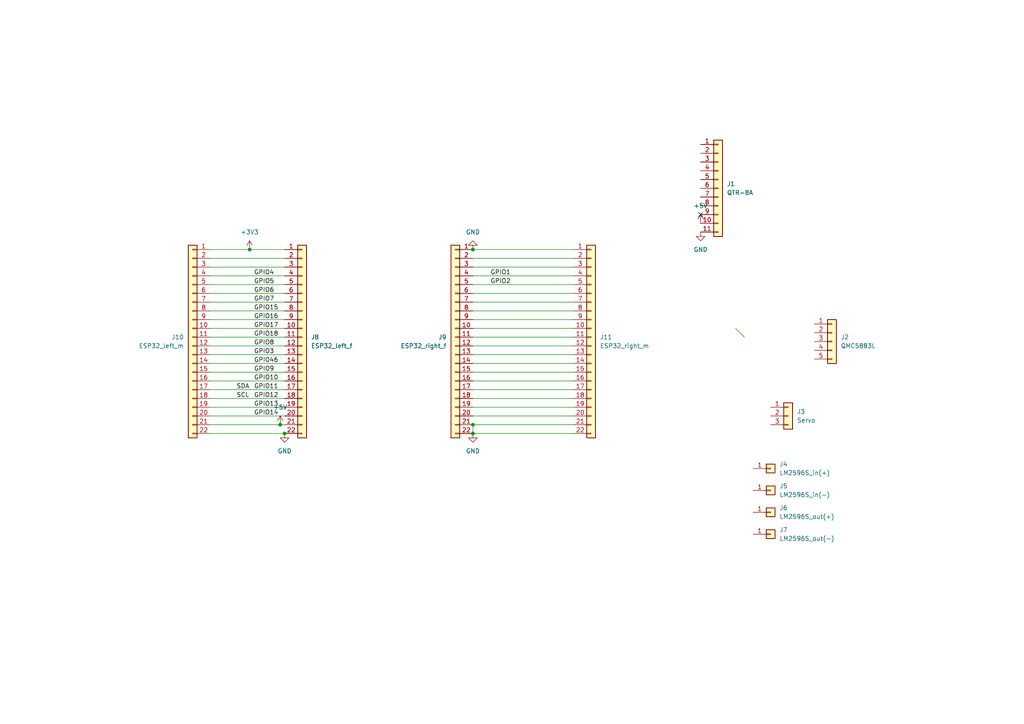
<source format=kicad_sch>
(kicad_sch (version 20250114) (generator "eeschema") (generator_version "9.0")
  (paper "A4")
  (lib_symbols
    (symbol "Connector_Generic:Conn_01x01" (pin_names (offset 1.016) (hide yes))
      (property "Reference" "J" (at 0 2.54 0))
      (property "Value" "Conn_01x01" (at 0 -2.54 0))
      (symbol "Conn_01x01_1_1"
        (rectangle (start -1.27 1.27) (end 1.27 -1.27) (stroke (width 0.254)) (fill (type background)))
        (rectangle (start -1.27 0.127) (end 0 -0.127) (stroke (width 0.1524)))
        (pin passive line (at -5.08 0 0) (length 3.81) (name "Pin_1") (number "1"))
      )
    )
    (symbol "Connector_Generic:Conn_01x03" (pin_names (offset 1.016) (hide yes))
      (property "Reference" "J" (at 0 5.08 0))
      (property "Value" "Conn_01x03" (at 0 -5.08 0))
      (symbol "Conn_01x03_1_1"
        (rectangle (start -1.27 3.81) (end 1.27 -3.81) (stroke (width 0.254)) (fill (type background)))
        (rectangle (start -1.27 2.667) (end 0 2.413) (stroke (width 0.1524)))
        (rectangle (start -1.27 0.127) (end 0 -0.127) (stroke (width 0.1524)))
        (rectangle (start -1.27 -2.413) (end 0 -2.667) (stroke (width 0.1524)))
        (pin passive line (at -5.08 2.54 0) (length 3.81) (name "Pin_1") (number "1"))
        (pin passive line (at -5.08 0 0) (length 3.81) (name "Pin_2") (number "2"))
        (pin passive line (at -5.08 -2.54 0) (length 3.81) (name "Pin_3") (number "3"))
      )
    )
    (symbol "Connector_Generic:Conn_01x05" (pin_names (offset 1.016) (hide yes))
      (property "Reference" "J" (at 0 7.62 0))
      (property "Value" "Conn_01x05" (at 0 -7.62 0))
      (symbol "Conn_01x05_1_1"
        (rectangle (start -1.27 6.35) (end 1.27 -6.35) (stroke (width 0.254)) (fill (type background)))
        (rectangle (start -1.27 5.207) (end 0 4.953) (stroke (width 0.1524)))
        (rectangle (start -1.27 2.667) (end 0 2.413) (stroke (width 0.1524)))
        (rectangle (start -1.27 0.127) (end 0 -0.127) (stroke (width 0.1524)))
        (rectangle (start -1.27 -2.413) (end 0 -2.667) (stroke (width 0.1524)))
        (rectangle (start -1.27 -4.953) (end 0 -5.207) (stroke (width 0.1524)))
        (pin passive line (at -5.08 5.08 0) (length 3.81) (name "Pin_1") (number "1"))
        (pin passive line (at -5.08 2.54 0) (length 3.81) (name "Pin_2") (number "2"))
        (pin passive line (at -5.08 0 0) (length 3.81) (name "Pin_3") (number "3"))
        (pin passive line (at -5.08 -2.54 0) (length 3.81) (name "Pin_4") (number "4"))
        (pin passive line (at -5.08 -5.08 0) (length 3.81) (name "Pin_5") (number "5"))
      )
    )
    (symbol "Connector_Generic:Conn_01x11" (pin_names (offset 1.016) (hide yes))
      (property "Reference" "J" (at 0 15.24 0))
      (property "Value" "Conn_01x11" (at 0 -15.24 0))
      (symbol "Conn_01x11_1_1"
        (rectangle (start -1.27 13.97) (end 1.27 -13.97) (stroke (width 0.254)) (fill (type background)))
        (rectangle (start -1.27 12.827) (end 0 12.573) (stroke (width 0.1524)))
        (rectangle (start -1.27 10.287) (end 0 10.033) (stroke (width 0.1524)))
        (rectangle (start -1.27 7.747) (end 0 7.493) (stroke (width 0.1524)))
        (rectangle (start -1.27 5.207) (end 0 4.953) (stroke (width 0.1524)))
        (rectangle (start -1.27 2.667) (end 0 2.413) (stroke (width 0.1524)))
        (rectangle (start -1.27 0.127) (end 0 -0.127) (stroke (width 0.1524)))
        (rectangle (start -1.27 -2.413) (end 0 -2.667) (stroke (width 0.1524)))
        (rectangle (start -1.27 -4.953) (end 0 -5.207) (stroke (width 0.1524)))
        (rectangle (start -1.27 -7.493) (end 0 -7.747) (stroke (width 0.1524)))
        (rectangle (start -1.27 -10.033) (end 0 -10.287) (stroke (width 0.1524)))
        (rectangle (start -1.27 -12.573) (end 0 -12.827) (stroke (width 0.1524)))
        (pin passive line (at -5.08 12.7 0) (length 3.81) (name "Pin_1") (number "1"))
        (pin passive line (at -5.08 10.16 0) (length 3.81) (name "Pin_2") (number "2"))
        (pin passive line (at -5.08 7.62 0) (length 3.81) (name "Pin_3") (number "3"))
        (pin passive line (at -5.08 5.08 0) (length 3.81) (name "Pin_4") (number "4"))
        (pin passive line (at -5.08 2.54 0) (length 3.81) (name "Pin_5") (number "5"))
        (pin passive line (at -5.08 0 0) (length 3.81) (name "Pin_6") (number "6"))
        (pin passive line (at -5.08 -2.54 0) (length 3.81) (name "Pin_7") (number "7"))
        (pin passive line (at -5.08 -5.08 0) (length 3.81) (name "Pin_8") (number "8"))
        (pin passive line (at -5.08 -7.62 0) (length 3.81) (name "Pin_9") (number "9"))
        (pin passive line (at -5.08 -10.16 0) (length 3.81) (name "Pin_10") (number "10"))
        (pin passive line (at -5.08 -12.7 0) (length 3.81) (name "Pin_11") (number "11"))
      )
    )
    (symbol "Connector_Generic:Conn_01x22" (pin_names (offset 1.016) (hide yes))
      (property "Reference" "J" (at 0 27.94 0))
      (property "Value" "Conn_01x22" (at 0 -30.48 0))
      (symbol "Conn_01x22_1_1"
        (rectangle (start -1.27 26.67) (end 1.27 -29.21) (stroke (width 0.254)) (fill (type background)))
        (rectangle (start -1.27 25.527) (end 0 25.273) (stroke (width 0.1524)))
        (rectangle (start -1.27 22.987) (end 0 22.733) (stroke (width 0.1524)))
        (rectangle (start -1.27 20.447) (end 0 20.193) (stroke (width 0.1524)))
        (rectangle (start -1.27 17.907) (end 0 17.653) (stroke (width 0.1524)))
        (rectangle (start -1.27 15.367) (end 0 15.113) (stroke (width 0.1524)))
        (rectangle (start -1.27 12.827) (end 0 12.573) (stroke (width 0.1524)))
        (rectangle (start -1.27 10.287) (end 0 10.033) (stroke (width 0.1524)))
        (rectangle (start -1.27 7.747) (end 0 7.493) (stroke (width 0.1524)))
        (rectangle (start -1.27 5.207) (end 0 4.953) (stroke (width 0.1524)))
        (rectangle (start -1.27 2.667) (end 0 2.413) (stroke (width 0.1524)))
        (rectangle (start -1.27 0.127) (end 0 -0.127) (stroke (width 0.1524)))
        (rectangle (start -1.27 -2.413) (end 0 -2.667) (stroke (width 0.1524)))
        (rectangle (start -1.27 -4.953) (end 0 -5.207) (stroke (width 0.1524)))
        (rectangle (start -1.27 -7.493) (end 0 -7.747) (stroke (width 0.1524)))
        (rectangle (start -1.27 -10.033) (end 0 -10.287) (stroke (width 0.1524)))
        (rectangle (start -1.27 -12.573) (end 0 -12.827) (stroke (width 0.1524)))
        (rectangle (start -1.27 -15.113) (end 0 -15.367) (stroke (width 0.1524)))
        (rectangle (start -1.27 -17.653) (end 0 -17.907) (stroke (width 0.1524)))
        (rectangle (start -1.27 -20.193) (end 0 -20.447) (stroke (width 0.1524)))
        (rectangle (start -1.27 -22.733) (end 0 -22.987) (stroke (width 0.1524)))
        (rectangle (start -1.27 -25.273) (end 0 -25.527) (stroke (width 0.1524)))
        (rectangle (start -1.27 -27.813) (end 0 -28.067) (stroke (width 0.1524)))
        (pin passive line (at -5.08 25.4 0) (length 3.81) (name "Pin_1") (number "1"))
        (pin passive line (at -5.08 22.86 0) (length 3.81) (name "Pin_2") (number "2"))
        (pin passive line (at -5.08 20.32 0) (length 3.81) (name "Pin_3") (number "3"))
        (pin passive line (at -5.08 17.78 0) (length 3.81) (name "Pin_4") (number "4"))
        (pin passive line (at -5.08 15.24 0) (length 3.81) (name "Pin_5") (number "5"))
        (pin passive line (at -5.08 12.7 0) (length 3.81) (name "Pin_6") (number "6"))
        (pin passive line (at -5.08 10.16 0) (length 3.81) (name "Pin_7") (number "7"))
        (pin passive line (at -5.08 7.62 0) (length 3.81) (name "Pin_8") (number "8"))
        (pin passive line (at -5.08 5.08 0) (length 3.81) (name "Pin_9") (number "9"))
        (pin passive line (at -5.08 2.54 0) (length 3.81) (name "Pin_10") (number "10"))
        (pin passive line (at -5.08 0 0) (length 3.81) (name "Pin_11") (number "11"))
        (pin passive line (at -5.08 -2.54 0) (length 3.81) (name "Pin_12") (number "12"))
        (pin passive line (at -5.08 -5.08 0) (length 3.81) (name "Pin_13") (number "13"))
        (pin passive line (at -5.08 -7.62 0) (length 3.81) (name "Pin_14") (number "14"))
        (pin passive line (at -5.08 -10.16 0) (length 3.81) (name "Pin_15") (number "15"))
        (pin passive line (at -5.08 -12.7 0) (length 3.81) (name "Pin_16") (number "16"))
        (pin passive line (at -5.08 -15.24 0) (length 3.81) (name "Pin_17") (number "17"))
        (pin passive line (at -5.08 -17.78 0) (length 3.81) (name "Pin_18") (number "18"))
        (pin passive line (at -5.08 -20.32 0) (length 3.81) (name "Pin_19") (number "19"))
        (pin passive line (at -5.08 -22.86 0) (length 3.81) (name "Pin_20") (number "20"))
        (pin passive line (at -5.08 -25.4 0) (length 3.81) (name "Pin_21") (number "21"))
        (pin passive line (at -5.08 -27.94 0) (length 3.81) (name "Pin_22") (number "22"))
      )
    )
    (symbol "power:+3V3" (power) (pin_numbers (hide yes)) (pin_names (offset 0) (hide yes))
      (property "Value" "+3V3" (at 0 3.556 0))
      (symbol "+3V3_0_1"
        (polyline (pts (xy -0.762 1.27) (xy 0 2.54)))
        (polyline (pts (xy 0 2.54) (xy 0.762 1.27)))
        (polyline (pts (xy 0 0) (xy 0 2.54)))
      )
      (symbol "+3V3_1_1"
        (pin power_in line (at 0 0 90) (length 0) (name "~") (number "1"))
      )
    )
    (symbol "power:+5V" (power) (pin_numbers (hide yes)) (pin_names (offset 0) (hide yes))
      (property "Value" "+5V" (at 0 3.556 0))
      (symbol "+5V_0_1"
        (polyline (pts (xy -0.762 1.27) (xy 0 2.54)))
        (polyline (pts (xy 0 2.54) (xy 0.762 1.27)))
        (polyline (pts (xy 0 0) (xy 0 2.54)))
      )
      (symbol "+5V_1_1"
        (pin power_in line (at 0 0 90) (length 0) (name "~") (number "1"))
      )
    )
    (symbol "power:GND" (power) (pin_numbers (hide yes)) (pin_names (offset 0) (hide yes))
      (property "Value" "GND" (at 0 -3.81 0))
      (symbol "GND_0_1"
        (polyline (pts (xy 0 0) (xy 0 -1.27) (xy 1.27 -1.27) (xy 0 -2.54) (xy -1.27 -1.27) (xy 0 -1.27)))
      )
      (symbol "GND_1_1"
        (pin power_in line (at 0 0 270) (length 0) (name "~") (number "1"))
      )
    )
  )
  (junction (at 82.55 125.73))
  (junction (at 137.16 123.19))
  (junction (at 81.28 123.19))
  (junction (at 137.16 72.39))
  (junction (at 137.16 125.73))
  (junction (at 72.39 72.39))
  (no_connect (at 203.2 62.23))
  (bus_entry (at 213.36 95.25) (size 2.54 2.54))
  (wire (pts (xy 166.37 105.41) (xy 137.16 105.41)))
  (wire (pts (xy 166.37 107.95) (xy 137.16 107.95)))
  (wire (pts (xy 166.37 123.19) (xy 137.16 123.19)))
  (wire (pts (xy 60.96 90.17) (xy 82.55 90.17)))
  (wire (pts (xy 166.37 95.25) (xy 137.16 95.25)))
  (wire (pts (xy 60.96 105.41) (xy 82.55 105.41)))
  (wire (pts (xy 166.37 87.63) (xy 137.16 87.63)))
  (wire (pts (xy 166.37 100.33) (xy 137.16 100.33)))
  (wire (pts (xy 60.96 125.73) (xy 82.55 125.73)))
  (wire (pts (xy 166.37 102.87) (xy 137.16 102.87)))
  (wire (pts (xy 166.37 82.55) (xy 137.16 82.55)))
  (wire (pts (xy 72.39 72.39) (xy 82.55 72.39)))
  (wire (pts (xy 60.96 123.19) (xy 81.28 123.19)))
  (wire (pts (xy 60.96 100.33) (xy 82.55 100.33)))
  (wire (pts (xy 166.37 115.57) (xy 137.16 115.57)))
  (wire (pts (xy 60.96 85.09) (xy 82.55 85.09)))
  (wire (pts (xy 166.37 113.03) (xy 137.16 113.03)))
  (wire (pts (xy 166.37 97.79) (xy 137.16 97.79)))
  (wire (pts (xy 166.37 125.73) (xy 137.16 125.73)))
  (wire (pts (xy 137.16 123.19) (xy 137.16 125.73)))
  (wire (pts (xy 60.96 110.49) (xy 82.55 110.49)))
  (wire (pts (xy 166.37 72.39) (xy 137.16 72.39)))
  (wire (pts (xy 60.96 87.63) (xy 82.55 87.63)))
  (wire (pts (xy 166.37 80.01) (xy 137.16 80.01)))
  (wire (pts (xy 60.96 102.87) (xy 82.55 102.87)))
  (wire (pts (xy 166.37 74.93) (xy 137.16 74.93)))
  (wire (pts (xy 166.37 85.09) (xy 137.16 85.09)))
  (wire (pts (xy 166.37 120.65) (xy 137.16 120.65)))
  (wire (pts (xy 60.96 120.65) (xy 82.55 120.65)))
  (wire (pts (xy 60.96 82.55) (xy 82.55 82.55)))
  (wire (pts (xy 60.96 95.25) (xy 82.55 95.25)))
  (wire (pts (xy 60.96 77.47) (xy 82.55 77.47)))
  (wire (pts (xy 60.96 118.11) (xy 82.55 118.11)))
  (wire (pts (xy 166.37 77.47) (xy 137.16 77.47)))
  (wire (pts (xy 60.96 74.93) (xy 82.55 74.93)))
  (wire (pts (xy 166.37 110.49) (xy 137.16 110.49)))
  (wire (pts (xy 166.37 90.17) (xy 137.16 90.17)))
  (wire (pts (xy 60.96 115.57) (xy 82.55 115.57)))
  (wire (pts (xy 60.96 92.71) (xy 82.55 92.71)))
  (wire (pts (xy 81.28 123.19) (xy 82.55 123.19)))
  (wire (pts (xy 60.96 72.39) (xy 72.39 72.39)))
  (wire (pts (xy 166.37 118.11) (xy 137.16 118.11)))
  (wire (pts (xy 166.37 92.71) (xy 137.16 92.71)))
  (wire (pts (xy 60.96 113.03) (xy 82.55 113.03)))
  (wire (pts (xy 60.96 107.95) (xy 82.55 107.95)))
  (wire (pts (xy 60.96 80.01) (xy 82.55 80.01)))
  (wire (pts (xy 60.96 97.79) (xy 82.55 97.79)))
  (label "SCL" (at 68.58 115.57 0))
  (label "GPIO9" (at 73.66 107.95 0))
  (label "SDA" (at 68.58 113.03 0))
  (label "GPIO6" (at 73.66 85.09 0))
  (label "GPIO12" (at 73.66 115.57 0))
  (label "GPIO16" (at 73.66 92.71 0))
  (label "GPIO17" (at 73.66 95.25 0))
  (label "GPIO1" (at 142.24 80.01 0))
  (label "GPIO3" (at 73.66 102.87 0))
  (label "GPIO13" (at 73.66 118.11 0))
  (label "GPIO15" (at 73.66 90.17 0))
  (label "GPIO10" (at 73.66 110.49 0))
  (label "GPIO8" (at 73.66 100.33 0))
  (label "GPIO11" (at 73.66 113.03 0))
  (label "GPIO14" (at 73.66 120.65 0))
  (label "GPIO4" (at 73.66 80.01 0))
  (label "GPIO2" (at 142.24 82.55 0))
  (label "GPIO7" (at 73.66 87.63 0))
  (label "GPIO5" (at 73.66 82.55 0))
  (label "GPIO18" (at 73.66 97.79 0))
  (label "GPIO46" (at 73.66 105.41 0))
  (symbol (lib_id "power:+3V3") (at 72.39 72.39 0) (unit 1)
    (property "Reference" "#PWR01" (effects (hide yes)))
    (property "Value" "+3V3" (at 72.39 67.31 0))
    (property "Description" "Power symbol creates a global label with name \"+3V3\"" (effects (hide yes)))
  )
  (symbol (lib_id "Connector_Generic:Conn_01x22") (at 55.88 97.79 0) (mirror y) (unit 1)
    (property "Reference" "J10" (at 53.34 97.7899 0) (effects (justify left)))
    (property "Value" "ESP32_left_m" (at 53.34 100.3299 0) (effects (justify left)))
    (property "Description" "Generic connector, single row, 01x22, script generated (kicad-library-utils/schlib/autogen/connector/)" (effects (hide yes)))
  )
  (symbol (lib_id "Connector_Generic:Conn_01x11") (at 208.28 54.61 0) (unit 1)
    (property "Reference" "J1" (at 210.82 53.3399 0) (effects (justify left)))
    (property "Value" "QTR-8A" (at 210.82 55.8799 0) (effects (justify left)))
    (property "Description" "Generic connector, single row, 01x11, script generated (kicad-library-utils/schlib/autogen/connector/)" (effects (hide yes)))
  )
  (symbol (lib_id "Connector_Generic:Conn_01x01") (at 223.52 148.59 0) (unit 1)
    (property "Reference" "J6" (at 226.06 147.3199 0) (effects (justify left)))
    (property "Value" "LM2596S_out(+)" (at 226.06 149.8599 0) (effects (justify left)))
    (property "Description" "Generic connector, single row, 01x01, script generated (kicad-library-utils/schlib/autogen/connector/)" (effects (hide yes)))
  )
  (symbol (lib_id "Connector_Generic:Conn_01x22") (at 132.08 97.79 0) (mirror y) (unit 1)
    (property "Reference" "J9" (at 129.54 97.7899 0) (effects (justify left)))
    (property "Value" "ESP32_right_f" (at 129.54 100.3299 0) (effects (justify left)))
    (property "Description" "Generic connector, single row, 01x22, script generated (kicad-library-utils/schlib/autogen/connector/)" (effects (hide yes)))
  )
  (symbol (lib_id "Connector_Generic:Conn_01x01") (at 223.52 154.94 0) (unit 1)
    (property "Reference" "J7" (at 226.06 153.6699 0) (effects (justify left)))
    (property "Value" "LM2596S_out(-)" (at 226.06 156.2099 0) (effects (justify left)))
    (property "Description" "Generic connector, single row, 01x01, script generated (kicad-library-utils/schlib/autogen/connector/)" (effects (hide yes)))
  )
  (symbol (lib_id "Connector_Generic:Conn_01x03") (at 228.6 120.65 0) (unit 1)
    (property "Reference" "J3" (at 231.14 119.3799 0) (effects (justify left)))
    (property "Value" "Servo" (at 231.14 121.9199 0) (effects (justify left)))
    (property "Description" "Generic connector, single row, 01x03, script generated (kicad-library-utils/schlib/autogen/connector/)" (effects (hide yes)))
  )
  (symbol (lib_id "power:GND") (at 82.55 125.73 0) (unit 1)
    (property "Reference" "#PWR03" (effects (hide yes)))
    (property "Value" "GND" (at 82.55 130.81 0))
    (property "Description" "Power symbol creates a global label with name \"GND\" , ground" (effects (hide yes)))
  )
  (symbol (lib_id "power:+5V") (at 81.28 123.19 0) (unit 1)
    (property "Reference" "#PWR02" (effects (hide yes)))
    (property "Value" "+5V" (at 81.28 118.11 0))
    (property "Description" "Power symbol creates a global label with name \"+5V\"" (effects (hide yes)))
  )
  (symbol (lib_id "Connector_Generic:Conn_01x22") (at 171.45 97.79 0) (unit 1)
    (property "Reference" "J11" (at 173.99 97.7899 0) (effects (justify left)))
    (property "Value" "ESP32_right_m" (at 173.99 100.3299 0) (effects (justify left)))
    (property "Description" "Generic connector, single row, 01x22, script generated (kicad-library-utils/schlib/autogen/connector/)" (effects (hide yes)))
  )
  (symbol (lib_id "power:GND") (at 203.2 67.31 0) (unit 1)
    (property "Reference" "#PWR07" (effects (hide yes)))
    (property "Value" "GND" (at 203.2 72.39 0))
    (property "Description" "Power symbol creates a global label with name \"GND\" , ground" (effects (hide yes)))
  )
  (symbol (lib_id "power:GND") (at 137.16 72.39 0) (mirror x) (unit 1)
    (property "Reference" "#PWR05" (effects (hide yes)))
    (property "Value" "GND" (at 137.16 67.31 0))
    (property "Description" "Power symbol creates a global label with name \"GND\" , ground" (effects (hide yes)))
  )
  (symbol (lib_id "Connector_Generic:Conn_01x05") (at 241.3 99.06 0) (unit 1)
    (property "Reference" "J2" (at 243.84 97.7899 0) (effects (justify left)))
    (property "Value" "QMC5883L" (at 243.84 100.3299 0) (effects (justify left)))
    (property "Description" "Generic connector, single row, 01x05, script generated (kicad-library-utils/schlib/autogen/connector/)" (effects (hide yes)))
  )
  (symbol (lib_id "Connector_Generic:Conn_01x22") (at 87.63 97.79 0) (unit 1)
    (property "Reference" "J8" (at 90.17 97.7899 0) (effects (justify left)))
    (property "Value" "ESP32_left_f" (at 90.17 100.3299 0) (effects (justify left)))
    (property "Description" "Generic connector, single row, 01x22, script generated (kicad-library-utils/schlib/autogen/connector/)" (effects (hide yes)))
  )
  (symbol (lib_id "power:GND") (at 137.16 125.73 0) (unit 1)
    (property "Reference" "#PWR04" (effects (hide yes)))
    (property "Value" "GND" (at 137.16 130.81 0))
    (property "Description" "Power symbol creates a global label with name \"GND\" , ground" (effects (hide yes)))
  )
  (symbol (lib_id "power:+5V") (at 203.2 64.77 0) (unit 1)
    (property "Reference" "#PWR06" (effects (hide yes)))
    (property "Value" "+5V" (at 203.2 59.69 0))
    (property "Description" "Power symbol creates a global label with name \"+5V\"" (effects (hide yes)))
  )
  (symbol (lib_id "Connector_Generic:Conn_01x01") (at 223.52 135.89 0) (unit 1)
    (property "Reference" "J4" (at 226.06 134.6199 0) (effects (justify left)))
    (property "Value" "LM2596S_in(+)" (at 226.06 137.1599 0) (effects (justify left)))
    (property "Description" "Generic connector, single row, 01x01, script generated (kicad-library-utils/schlib/autogen/connector/)" (effects (hide yes)))
  )
  (symbol (lib_id "Connector_Generic:Conn_01x01") (at 223.52 142.24 0) (unit 1)
    (property "Reference" "J5" (at 226.06 140.9699 0) (effects (justify left)))
    (property "Value" "LM2596S_in(-)" (at 226.06 143.5099 0) (effects (justify left)))
    (property "Description" "Generic connector, single row, 01x01, script generated (kicad-library-utils/schlib/autogen/connector/)" (effects (hide yes)))
  )
)
</source>
